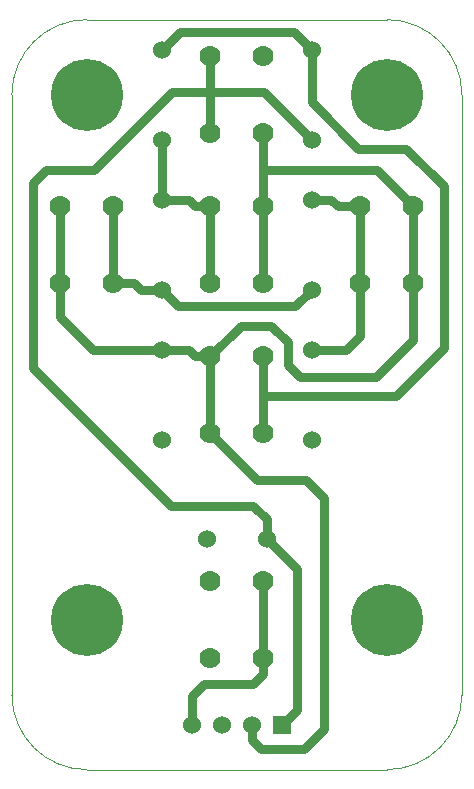
<source format=gtl>
%FSLAX34Y34*%
G04 Gerber Fmt 3.4, Leading zero omitted, Abs format*
G04 (created by PCBNEW (2013-jul-14)-product) date Saturday 22 February 2014 12:24:09 PM IST*
%MOIN*%
G01*
G70*
G90*
G04 APERTURE LIST*
%ADD10C,0.005906*%
%ADD11C,0.003937*%
%ADD12C,0.070000*%
%ADD13C,0.060000*%
%ADD14R,0.060000X0.060000*%
%ADD15C,0.240000*%
%ADD16C,0.030000*%
G04 APERTURE END LIST*
G54D10*
G54D11*
X85000Y-47500D02*
G75*
G03X87500Y-45000I0J2500D01*
G74*
G01*
X72500Y-45000D02*
G75*
G03X75000Y-47500I2500J0D01*
G74*
G01*
X87500Y-25000D02*
G75*
G03X85000Y-22500I-2500J0D01*
G74*
G01*
X75000Y-22500D02*
G75*
G03X72500Y-25000I0J-2500D01*
G74*
G01*
X80000Y-47500D02*
X85000Y-47500D01*
X80000Y-47500D02*
X75000Y-47500D01*
X72500Y-45000D02*
X72500Y-25000D01*
X87500Y-25000D02*
X87500Y-45000D01*
X80000Y-22500D02*
X85000Y-22500D01*
X80000Y-22500D02*
X75000Y-22500D01*
G54D12*
X79114Y-23720D03*
X80885Y-26279D03*
X80885Y-23720D03*
X79114Y-26279D03*
X80885Y-36279D03*
X79114Y-33720D03*
X79114Y-36279D03*
X80885Y-33720D03*
X79114Y-28720D03*
X80885Y-31279D03*
X80885Y-28720D03*
X79114Y-31279D03*
X75885Y-31279D03*
X74114Y-28720D03*
X74114Y-31279D03*
X75885Y-28720D03*
X84114Y-28720D03*
X85885Y-31279D03*
X85885Y-28720D03*
X84114Y-31279D03*
X79114Y-41220D03*
X80885Y-43779D03*
X80885Y-41220D03*
X79114Y-43779D03*
G54D13*
X82500Y-36500D03*
X82500Y-33500D03*
X82500Y-28500D03*
X82500Y-31500D03*
X77500Y-31500D03*
X77500Y-28500D03*
X77500Y-26500D03*
X77500Y-23500D03*
X82500Y-23500D03*
X82500Y-26500D03*
X77500Y-36500D03*
X77500Y-33500D03*
G54D14*
X81500Y-46000D03*
G54D13*
X80500Y-46000D03*
X79500Y-46000D03*
X78500Y-46000D03*
X81000Y-39800D03*
X79000Y-39800D03*
G54D15*
X75000Y-25000D03*
X85000Y-25000D03*
X85000Y-42500D03*
X75000Y-42500D03*
G54D16*
X79100Y-24900D02*
X80900Y-24900D01*
X80900Y-24900D02*
X82500Y-26500D01*
X82000Y-45500D02*
X81500Y-46000D01*
X82000Y-45500D02*
X82000Y-40800D01*
X82000Y-40800D02*
X81000Y-39800D01*
X81000Y-39800D02*
X81000Y-39150D01*
X81000Y-39150D02*
X80550Y-38700D01*
X80550Y-38700D02*
X77800Y-38700D01*
X77800Y-38700D02*
X73200Y-34100D01*
X73200Y-34100D02*
X73200Y-27950D01*
X73200Y-27950D02*
X73650Y-27500D01*
X73650Y-27500D02*
X75250Y-27500D01*
X75250Y-27500D02*
X77850Y-24900D01*
X77850Y-24900D02*
X79100Y-24900D01*
X79100Y-24900D02*
X79114Y-24900D01*
X79114Y-26279D02*
X79114Y-24900D01*
X79114Y-24900D02*
X79114Y-23720D01*
X78500Y-46000D02*
X78500Y-45050D01*
X80885Y-44314D02*
X80885Y-43779D01*
X80550Y-44650D02*
X80885Y-44314D01*
X78900Y-44650D02*
X80550Y-44650D01*
X78500Y-45050D02*
X78900Y-44650D01*
X80885Y-41220D02*
X80885Y-43779D01*
X81700Y-33550D02*
X81700Y-33250D01*
X80134Y-32700D02*
X79114Y-33720D01*
X81150Y-32700D02*
X80134Y-32700D01*
X81700Y-33250D02*
X81150Y-32700D01*
X85885Y-33164D02*
X85885Y-31279D01*
X84650Y-34400D02*
X85885Y-33164D01*
X82100Y-34400D02*
X84650Y-34400D01*
X81700Y-34000D02*
X82100Y-34400D01*
X81700Y-33550D02*
X81700Y-34000D01*
X80500Y-46000D02*
X80500Y-46500D01*
X80684Y-37850D02*
X79114Y-36279D01*
X82300Y-37850D02*
X80684Y-37850D01*
X82900Y-38450D02*
X82300Y-37850D01*
X82900Y-46150D02*
X82900Y-38450D01*
X82250Y-46800D02*
X82900Y-46150D01*
X80800Y-46800D02*
X82250Y-46800D01*
X80500Y-46500D02*
X80800Y-46800D01*
X80885Y-27500D02*
X84665Y-27500D01*
X84665Y-27500D02*
X85885Y-28720D01*
X77500Y-33500D02*
X75200Y-33500D01*
X74114Y-32414D02*
X74114Y-31279D01*
X75200Y-33500D02*
X74114Y-32414D01*
X79114Y-33720D02*
X78620Y-33720D01*
X78620Y-33720D02*
X78400Y-33500D01*
X78400Y-33500D02*
X77500Y-33500D01*
X80885Y-28720D02*
X80885Y-27500D01*
X80885Y-27500D02*
X80885Y-26279D01*
X79114Y-33720D02*
X79114Y-36279D01*
X85885Y-28720D02*
X85885Y-31279D01*
X80885Y-28720D02*
X80885Y-31279D01*
X74114Y-28720D02*
X74114Y-31279D01*
X77500Y-28500D02*
X77500Y-26500D01*
X79114Y-28720D02*
X78620Y-28720D01*
X78400Y-28500D02*
X77500Y-28500D01*
X78620Y-28720D02*
X78400Y-28500D01*
X79114Y-28720D02*
X79114Y-31279D01*
X84114Y-31279D02*
X84114Y-33035D01*
X83650Y-33500D02*
X82500Y-33500D01*
X84114Y-33035D02*
X83650Y-33500D01*
X82500Y-28500D02*
X83150Y-28500D01*
X83370Y-28720D02*
X84114Y-28720D01*
X83150Y-28500D02*
X83370Y-28720D01*
X84114Y-28720D02*
X84114Y-31279D01*
X81950Y-32050D02*
X78050Y-32050D01*
X78050Y-32050D02*
X77500Y-31500D01*
X81950Y-32050D02*
X82500Y-31500D01*
X77500Y-31500D02*
X76800Y-31500D01*
X76579Y-31279D02*
X75885Y-31279D01*
X76800Y-31500D02*
X76579Y-31279D01*
X75885Y-28720D02*
X75885Y-31279D01*
X84050Y-26800D02*
X85650Y-26800D01*
X85300Y-35050D02*
X80885Y-35050D01*
X86900Y-33450D02*
X85300Y-35050D01*
X86900Y-28050D02*
X86900Y-33450D01*
X85650Y-26800D02*
X86900Y-28050D01*
X81900Y-22900D02*
X78100Y-22900D01*
X78100Y-22900D02*
X77500Y-23500D01*
X81900Y-22900D02*
X82500Y-23500D01*
X84050Y-26800D02*
X82500Y-25250D01*
X82500Y-25250D02*
X82500Y-23500D01*
X80885Y-33720D02*
X80885Y-35050D01*
X80885Y-35050D02*
X80885Y-36279D01*
M02*

</source>
